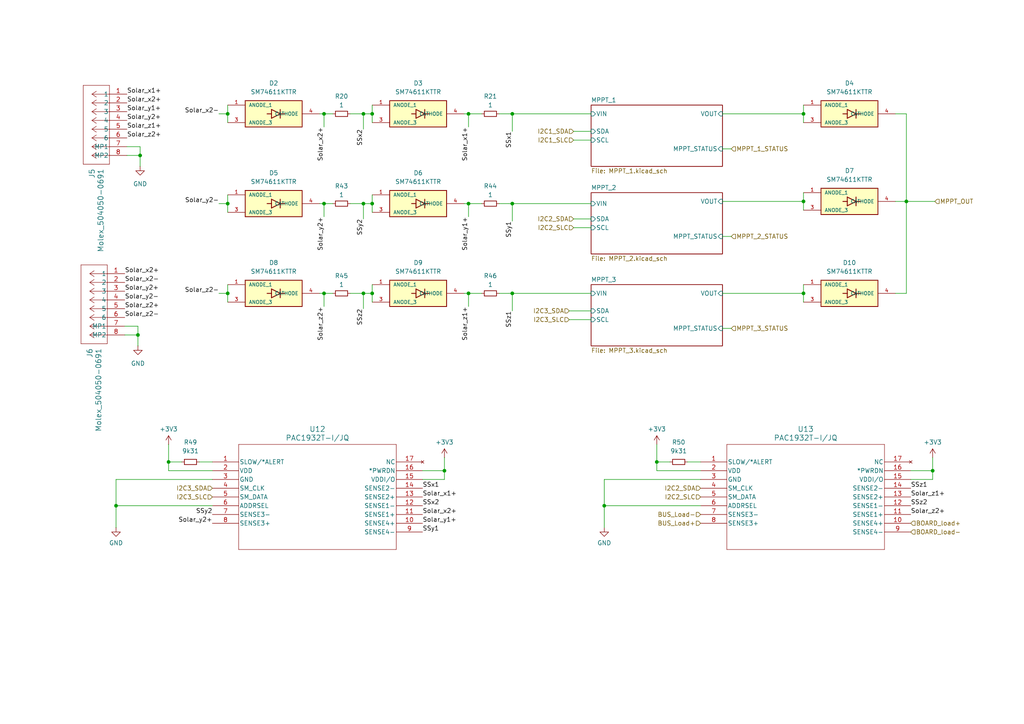
<source format=kicad_sch>
(kicad_sch (version 20231120) (generator "eeschema") (generator_version "8.0")
  (paper "A4")
  (lib_symbols
    (symbol "Device:R_Small" (pin_numbers hide) (pin_names (offset 0.254) hide)
      (property "Reference" "R" (at 0.762 0.508 0))
      (property "Value" "R_Small" (at 0.762 -1.016 0))
      (symbol "R_Small_0_1"
        (rectangle (start -0.762 1.778) (end 0.762 -1.778) (stroke (width 0.2032)))
      )
      (symbol "R_Small_1_1"
        (pin passive line (at 0 2.54 270) (length 0.762) (name "~") (number "1"))
        (pin passive line (at 0 -2.54 90) (length 0.762) (name "~") (number "2"))
      )
    )
    (symbol "PAC1932:PAC1932T-I_JQ" (pin_names (offset 0.254))
      (property "Reference" "U" (at 30.48 10.16 0))
      (property "Value" "PAC1932T-I/JQ" (at 30.48 7.62 0))
      (symbol "PAC1932T-I_JQ_0_1"
        (polyline (pts (xy 7.62 -25.4) (xy 53.34 -25.4)) (stroke (width 0.127)))
        (polyline (pts (xy 7.62 5.08) (xy 7.62 -25.4)) (stroke (width 0.127)))
        (polyline (pts (xy 53.34 -25.4) (xy 53.34 5.08)) (stroke (width 0.127)))
        (polyline (pts (xy 53.34 5.08) (xy 7.62 5.08)) (stroke (width 0.127)))
        (pin bidirectional line (at 0 0 0) (length 7.62) (name "SLOW/*ALERT") (number "1"))
        (pin power_in line (at 60.96 -5.08 180) (length 7.62) (name "VDDI/O") (number "15"))
        (pin input line (at 60.96 -2.54 180) (length 7.62) (name "*PWRDN") (number "16"))
        (pin no_connect line (at 60.96 0 180) (length 7.62) (name "NC") (number "17"))
        (pin power_in line (at 0 -2.54 0) (length 7.62) (name "VDD") (number "2"))
        (pin input line (at 0 -7.62 0) (length 7.62) (name "SM_CLK") (number "4"))
        (pin bidirectional line (at 0 -10.16 0) (length 7.62) (name "SM_DATA") (number "5"))
      )
      (symbol "PAC1932T-I_JQ_1_1"
        (pin passive line (at 60.96 -17.78 180) (length 7.62) (name "SENSE4+") (number "10"))
        (pin passive line (at 60.96 -15.24 180) (length 7.62) (name "SENSE1+") (number "11"))
        (pin passive line (at 60.96 -12.7 180) (length 7.62) (name "SENSE1-") (number "12"))
        (pin passive line (at 60.96 -10.16 180) (length 7.62) (name "SENSE2+") (number "13"))
        (pin passive line (at 60.96 -7.62 180) (length 7.62) (name "SENSE2-") (number "14"))
        (pin passive line (at 0 -5.08 0) (length 7.62) (name "GND") (number "3"))
        (pin passive line (at 0 -12.7 0) (length 7.62) (name "ADDRSEL") (number "6"))
        (pin passive line (at 0 -15.24 0) (length 7.62) (name "SENSE3-") (number "7"))
        (pin passive line (at 0 -17.78 0) (length 7.62) (name "SENSE3+") (number "8"))
        (pin passive line (at 60.96 -20.32 180) (length 7.62) (name "SENSE4-") (number "9"))
      )
    )
    (symbol "TVSC:Molex_504050-0691" (pin_names (offset 0.254))
      (property "Reference" "J" (at 13.97 -7.62 0))
      (property "Value" "Molex_504050-0691" (at 25.4 -10.16 0))
      (symbol "Molex_504050-0691_1_1"
        (polyline (pts (xy 5.08 -20.32) (xy 12.7 -20.32)) (stroke (width 0.127)))
        (polyline (pts (xy 5.08 2.54) (xy 5.08 -20.32)) (stroke (width 0.127)))
        (polyline (pts (xy 10.16 -17.78) (xy 5.08 -17.78)) (stroke (width 0.127)))
        (polyline (pts (xy 10.16 -17.78) (xy 8.89 -18.6267)) (stroke (width 0.127)))
        (polyline (pts (xy 10.16 -17.78) (xy 8.89 -16.9333)) (stroke (width 0.127)))
        (polyline (pts (xy 10.16 -15.24) (xy 5.08 -15.24)) (stroke (width 0.127)))
        (polyline (pts (xy 10.16 -15.24) (xy 8.89 -16.0867)) (stroke (width 0.127)))
        (polyline (pts (xy 10.16 -15.24) (xy 8.89 -14.3933)) (stroke (width 0.127)))
        (polyline (pts (xy 10.16 -12.7) (xy 5.08 -12.7)) (stroke (width 0.127)))
        (polyline (pts (xy 10.16 -12.7) (xy 8.89 -13.5467)) (stroke (width 0.127)))
        (polyline (pts (xy 10.16 -12.7) (xy 8.89 -11.8533)) (stroke (width 0.127)))
        (polyline (pts (xy 10.16 -10.16) (xy 5.08 -10.16)) (stroke (width 0.127)))
        (polyline (pts (xy 10.16 -10.16) (xy 8.89 -11.0067)) (stroke (width 0.127)))
        (polyline (pts (xy 10.16 -10.16) (xy 8.89 -9.3133)) (stroke (width 0.127)))
        (polyline (pts (xy 10.16 -7.62) (xy 5.08 -7.62)) (stroke (width 0.127)))
        (polyline (pts (xy 10.16 -7.62) (xy 8.89 -8.4667)) (stroke (width 0.127)))
        (polyline (pts (xy 10.16 -7.62) (xy 8.89 -6.7733)) (stroke (width 0.127)))
        (polyline (pts (xy 10.16 -5.08) (xy 5.08 -5.08)) (stroke (width 0.127)))
        (polyline (pts (xy 10.16 -5.08) (xy 8.89 -5.9267)) (stroke (width 0.127)))
        (polyline (pts (xy 10.16 -5.08) (xy 8.89 -4.2333)) (stroke (width 0.127)))
        (polyline (pts (xy 10.16 -2.54) (xy 5.08 -2.54)) (stroke (width 0.127)))
        (polyline (pts (xy 10.16 -2.54) (xy 8.89 -3.3867)) (stroke (width 0.127)))
        (polyline (pts (xy 10.16 -2.54) (xy 8.89 -1.6933)) (stroke (width 0.127)))
        (polyline (pts (xy 10.16 0) (xy 5.08 0)) (stroke (width 0.127)))
        (polyline (pts (xy 10.16 0) (xy 8.89 -0.8467)) (stroke (width 0.127)))
        (polyline (pts (xy 10.16 0) (xy 8.89 0.8467)) (stroke (width 0.127)))
        (polyline (pts (xy 12.7 -20.32) (xy 12.7 2.54)) (stroke (width 0.127)))
        (polyline (pts (xy 12.7 2.54) (xy 5.08 2.54)) (stroke (width 0.127)))
        (pin passive line (at 0 0 0) (length 5.08) (name "1") (number "1"))
        (pin passive line (at 0 -2.54 0) (length 5.08) (name "2") (number "2"))
        (pin passive line (at 0 -5.08 0) (length 5.08) (name "3") (number "3"))
        (pin passive line (at 0 -7.62 0) (length 5.08) (name "4") (number "4"))
        (pin passive line (at 0 -10.16 0) (length 5.08) (name "5") (number "5"))
        (pin passive line (at 0 -12.7 0) (length 5.08) (name "6") (number "6"))
        (pin power_in line (at 0 -15.24 0) (length 5.08) (name "MP1") (number "7"))
        (pin power_in line (at 0 -17.78 0) (length 5.08) (name "MP2") (number "8"))
      )
      (symbol "Molex_504050-0691_1_2"
        (polyline (pts (xy 5.08 -20.32) (xy 12.7 -20.32)) (stroke (width 0.127)))
        (polyline (pts (xy 5.08 2.54) (xy 5.08 -20.32)) (stroke (width 0.127)))
        (polyline (pts (xy 7.62 -17.78) (xy 5.08 -17.78)) (stroke (width 0.127)))
        (polyline (pts (xy 7.62 -17.78) (xy 8.89 -18.6267)) (stroke (width 0.127)))
        (polyline (pts (xy 7.62 -17.78) (xy 8.89 -16.9333)) (stroke (width 0.127)))
        (polyline (pts (xy 7.62 -15.24) (xy 5.08 -15.24)) (stroke (width 0.127)))
        (polyline (pts (xy 7.62 -15.24) (xy 8.89 -16.0867)) (stroke (width 0.127)))
        (polyline (pts (xy 7.62 -15.24) (xy 8.89 -14.3933)) (stroke (width 0.127)))
        (polyline (pts (xy 7.62 -12.7) (xy 5.08 -12.7)) (stroke (width 0.127)))
        (polyline (pts (xy 7.62 -12.7) (xy 8.89 -13.5467)) (stroke (width 0.127)))
        (polyline (pts (xy 7.62 -12.7) (xy 8.89 -11.8533)) (stroke (width 0.127)))
        (polyline (pts (xy 7.62 -10.16) (xy 5.08 -10.16)) (stroke (width 0.127)))
        (polyline (pts (xy 7.62 -10.16) (xy 8.89 -11.0067)) (stroke (width 0.127)))
        (polyline (pts (xy 7.62 -10.16) (xy 8.89 -9.3133)) (stroke (width 0.127)))
        (polyline (pts (xy 7.62 -7.62) (xy 5.08 -7.62)) (stroke (width 0.127)))
        (polyline (pts (xy 7.62 -7.62) (xy 8.89 -8.4667)) (stroke (width 0.127)))
        (polyline (pts (xy 7.62 -7.62) (xy 8.89 -6.7733)) (stroke (width 0.127)))
        (polyline (pts (xy 7.62 -5.08) (xy 5.08 -5.08)) (stroke (width 0.127)))
        (polyline (pts (xy 7.62 -5.08) (xy 8.89 -5.9267)) (stroke (width 0.127)))
        (polyline (pts (xy 7.62 -5.08) (xy 8.89 -4.2333)) (stroke (width 0.127)))
        (polyline (pts (xy 7.62 -2.54) (xy 5.08 -2.54)) (stroke (width 0.127)))
        (polyline (pts (xy 7.62 -2.54) (xy 8.89 -3.3867)) (stroke (width 0.127)))
        (polyline (pts (xy 7.62 -2.54) (xy 8.89 -1.6933)) (stroke (width 0.127)))
        (polyline (pts (xy 7.62 0) (xy 5.08 0)) (stroke (width 0.127)))
        (polyline (pts (xy 7.62 0) (xy 8.89 -0.8467)) (stroke (width 0.127)))
        (polyline (pts (xy 7.62 0) (xy 8.89 0.8467)) (stroke (width 0.127)))
        (polyline (pts (xy 12.7 -20.32) (xy 12.7 2.54)) (stroke (width 0.127)))
        (polyline (pts (xy 12.7 2.54) (xy 5.08 2.54)) (stroke (width 0.127)))
        (pin unspecified line (at 0 0 0) (length 5.08) (name "1") (number "1"))
        (pin unspecified line (at 0 -2.54 0) (length 5.08) (name "2") (number "2"))
        (pin unspecified line (at 0 -5.08 0) (length 5.08) (name "3") (number "3"))
        (pin unspecified line (at 0 -7.62 0) (length 5.08) (name "4") (number "4"))
        (pin unspecified line (at 0 -10.16 0) (length 5.08) (name "5") (number "5"))
        (pin unspecified line (at 0 -12.7 0) (length 5.08) (name "6") (number "6"))
        (pin unspecified line (at 0 -15.24 0) (length 5.08) (name "7") (number "7"))
        (pin unspecified line (at 0 -17.78 0) (length 5.08) (name "8") (number "8"))
      )
    )
    (symbol "TVSC:SM74611KTTR" (pin_names (offset 1.016))
      (property "Reference" "D" (at -0.508 4.572 0))
      (property "Value" "SM74611KTTR" (at -7.112 -5.08 0))
      (symbol "SM74611KTTR_0_0"
        (rectangle (start -7.62 3.81) (end 8.89 -3.81) (stroke (width 0.254)) (fill (type background)))
        (polyline (pts (xy -1.27 0) (xy 0 0)) (stroke (width 0.254)))
        (polyline (pts (xy 0 -1.27) (xy 2.54 0)) (stroke (width 0.254)))
        (polyline (pts (xy 0 0) (xy 0 -1.27)) (stroke (width 0.254)))
        (polyline (pts (xy 0 1.27) (xy 0 0)) (stroke (width 0.254)))
        (polyline (pts (xy 2.54 0) (xy 0 1.27)) (stroke (width 0.254)))
        (polyline (pts (xy 2.54 0) (xy 2.54 -1.27)) (stroke (width 0.254)))
        (polyline (pts (xy 2.54 0) (xy 3.81 0)) (stroke (width 0.254)))
        (polyline (pts (xy 2.54 1.27) (xy 2.54 0)) (stroke (width 0.254)))
        (pin input line (at -12.7 2.54 0) (length 5.08) (name "ANODE_1") (number "1"))
        (pin input line (at -12.7 -2.54 0) (length 5.08) (name "ANODE_3") (number "3"))
        (pin output line (at 13.97 0 180) (length 5.08) (name "CATHODE") (number "4"))
      )
    )
    (symbol "power:+3V3" (power) (pin_numbers hide) (pin_names (offset 0) hide)
      (property "Value" "+3V3" (at 0 3.556 0))
      (symbol "+3V3_0_1"
        (polyline (pts (xy -0.762 1.27) (xy 0 2.54)))
        (polyline (pts (xy 0 0) (xy 0 2.54)))
        (polyline (pts (xy 0 2.54) (xy 0.762 1.27)))
      )
      (symbol "+3V3_1_1"
        (pin power_in line (at 0 0 90) (length 0) (name "~") (number "1"))
      )
    )
    (symbol "power:GND" (power) (pin_numbers hide) (pin_names (offset 0) hide)
      (property "Value" "GND" (at 0 -3.81 0))
      (symbol "GND_0_1"
        (polyline (pts (xy 0 0) (xy 0 -1.27) (xy 1.27 -1.27) (xy 0 -2.54) (xy -1.27 -1.27) (xy 0 -1.27)))
      )
      (symbol "GND_1_1"
        (pin power_in line (at 0 0 270) (length 0) (name "~") (number "1"))
      )
    )
  )
  (junction (at 128.905 136.525))
  (junction (at 233.045 33.02))
  (junction (at 40.005 97.155))
  (junction (at 148.59 59.055))
  (junction (at 262.89 58.42))
  (junction (at 107.95 33.02))
  (junction (at 66.04 59.055))
  (junction (at 107.95 85.09))
  (junction (at 40.64 45.085))
  (junction (at 93.98 33.02))
  (junction (at 233.045 85.09))
  (junction (at 135.89 85.09))
  (junction (at 66.04 85.09))
  (junction (at 148.59 85.09))
  (junction (at 48.895 133.985))
  (junction (at 107.95 59.055))
  (junction (at 135.89 59.055))
  (junction (at 33.655 146.685))
  (junction (at 135.89 33.02))
  (junction (at 148.59 33.02))
  (junction (at 105.41 59.055))
  (junction (at 93.98 59.055))
  (junction (at 93.98 85.09))
  (junction (at 105.41 33.02))
  (junction (at 175.26 146.685))
  (junction (at 270.51 136.525))
  (junction (at 190.5 133.985))
  (junction (at 233.045 58.42))
  (junction (at 105.41 85.09))
  (junction (at 66.04 33.02))
  (wire (pts (xy 135.89 85.09) (xy 135.89 88.9)))
  (wire (pts (xy 165.1 92.71) (xy 171.45 92.71)))
  (wire (pts (xy 107.95 82.55) (xy 107.95 85.09)))
  (wire (pts (xy 36.195 94.615) (xy 40.005 94.615)))
  (wire (pts (xy 63.5 33.02) (xy 66.04 33.02)))
  (wire (pts (xy 135.89 85.09) (xy 139.7 85.09)))
  (wire (pts (xy 233.045 58.42) (xy 233.045 60.96)))
  (wire (pts (xy 40.64 45.085) (xy 36.83 45.085)))
  (wire (pts (xy 63.5 59.055) (xy 66.04 59.055)))
  (wire (pts (xy 166.37 66.04) (xy 171.45 66.04)))
  (wire (pts (xy 40.64 48.26) (xy 40.64 45.085)))
  (wire (pts (xy 105.41 85.09) (xy 107.95 85.09)))
  (wire (pts (xy 190.5 133.985) (xy 190.5 136.525)))
  (wire (pts (xy 101.6 59.055) (xy 105.41 59.055)))
  (wire (pts (xy 40.005 94.615) (xy 40.005 97.155)))
  (wire (pts (xy 107.95 56.515) (xy 107.95 59.055)))
  (wire (pts (xy 166.37 63.5) (xy 171.45 63.5)))
  (wire (pts (xy 105.41 85.09) (xy 105.41 89.535)))
  (wire (pts (xy 209.55 58.42) (xy 233.045 58.42)))
  (wire (pts (xy 66.04 59.055) (xy 66.04 61.595)))
  (wire (pts (xy 33.655 146.685) (xy 33.655 139.065)))
  (wire (pts (xy 175.26 139.065) (xy 203.2 139.065)))
  (wire (pts (xy 148.59 33.02) (xy 144.78 33.02)))
  (wire (pts (xy 165.1 90.17) (xy 171.45 90.17)))
  (wire (pts (xy 262.89 58.42) (xy 271.145 58.42)))
  (wire (pts (xy 190.5 128.905) (xy 190.5 133.985)))
  (wire (pts (xy 101.6 33.02) (xy 105.41 33.02)))
  (wire (pts (xy 40.005 100.33) (xy 40.005 97.155)))
  (wire (pts (xy 48.895 128.905) (xy 48.895 133.985)))
  (wire (pts (xy 135.89 33.02) (xy 139.7 33.02)))
  (wire (pts (xy 107.95 33.02) (xy 107.95 35.56)))
  (wire (pts (xy 66.04 56.515) (xy 66.04 59.055)))
  (wire (pts (xy 262.89 33.02) (xy 262.89 58.42)))
  (wire (pts (xy 105.41 59.055) (xy 105.41 63.5)))
  (wire (pts (xy 66.04 30.48) (xy 66.04 33.02)))
  (wire (pts (xy 148.59 38.1) (xy 148.59 33.02)))
  (wire (pts (xy 66.04 85.09) (xy 66.04 87.63)))
  (wire (pts (xy 264.16 136.525) (xy 270.51 136.525)))
  (wire (pts (xy 259.715 58.42) (xy 262.89 58.42)))
  (wire (pts (xy 233.045 33.02) (xy 233.045 35.56)))
  (wire (pts (xy 212.09 43.18) (xy 209.55 43.18)))
  (wire (pts (xy 93.98 33.02) (xy 96.52 33.02)))
  (wire (pts (xy 209.55 68.58) (xy 212.09 68.58)))
  (wire (pts (xy 107.95 85.09) (xy 107.95 87.63)))
  (wire (pts (xy 199.39 133.985) (xy 203.2 133.985)))
  (wire (pts (xy 134.62 33.02) (xy 135.89 33.02)))
  (wire (pts (xy 233.045 85.09) (xy 233.045 87.63)))
  (wire (pts (xy 148.59 90.17) (xy 148.59 85.09)))
  (wire (pts (xy 40.64 42.545) (xy 40.64 45.085)))
  (wire (pts (xy 134.62 85.09) (xy 135.89 85.09)))
  (wire (pts (xy 233.045 82.55) (xy 233.045 85.09)))
  (wire (pts (xy 144.78 85.09) (xy 148.59 85.09)))
  (wire (pts (xy 93.98 33.02) (xy 93.98 36.83)))
  (wire (pts (xy 233.045 30.48) (xy 233.045 33.02)))
  (wire (pts (xy 57.785 133.985) (xy 61.595 133.985)))
  (wire (pts (xy 209.55 33.02) (xy 233.045 33.02)))
  (wire (pts (xy 270.51 139.065) (xy 264.16 139.065)))
  (wire (pts (xy 134.62 59.055) (xy 135.89 59.055)))
  (wire (pts (xy 66.04 33.02) (xy 66.04 35.56)))
  (wire (pts (xy 105.41 33.02) (xy 105.41 37.465)))
  (wire (pts (xy 270.51 132.715) (xy 270.51 136.525)))
  (wire (pts (xy 92.71 85.09) (xy 93.98 85.09)))
  (wire (pts (xy 148.59 33.02) (xy 171.45 33.02)))
  (wire (pts (xy 93.98 59.055) (xy 93.98 62.865)))
  (wire (pts (xy 128.905 139.065) (xy 122.555 139.065)))
  (wire (pts (xy 135.89 59.055) (xy 139.7 59.055)))
  (wire (pts (xy 93.98 85.09) (xy 93.98 88.9)))
  (wire (pts (xy 259.715 33.02) (xy 262.89 33.02)))
  (wire (pts (xy 107.95 59.055) (xy 107.95 61.595)))
  (wire (pts (xy 262.89 58.42) (xy 262.89 85.09)))
  (wire (pts (xy 33.655 139.065) (xy 61.595 139.065)))
  (wire (pts (xy 40.005 97.155) (xy 36.195 97.155)))
  (wire (pts (xy 33.655 146.685) (xy 61.595 146.685)))
  (wire (pts (xy 166.37 40.64) (xy 171.45 40.64)))
  (wire (pts (xy 93.98 59.055) (xy 96.52 59.055)))
  (wire (pts (xy 148.59 59.055) (xy 171.45 59.055)))
  (wire (pts (xy 135.89 33.02) (xy 135.89 36.83)))
  (wire (pts (xy 233.045 55.88) (xy 233.045 58.42)))
  (wire (pts (xy 128.905 136.525) (xy 128.905 139.065)))
  (wire (pts (xy 33.655 153.035) (xy 33.655 146.685)))
  (wire (pts (xy 270.51 136.525) (xy 270.51 139.065)))
  (wire (pts (xy 128.905 132.715) (xy 128.905 136.525)))
  (wire (pts (xy 209.55 85.09) (xy 233.045 85.09)))
  (wire (pts (xy 63.5 85.09) (xy 66.04 85.09)))
  (wire (pts (xy 166.37 38.1) (xy 171.45 38.1)))
  (wire (pts (xy 175.26 153.035) (xy 175.26 146.685)))
  (wire (pts (xy 175.26 146.685) (xy 203.2 146.685)))
  (wire (pts (xy 48.895 133.985) (xy 52.705 133.985)))
  (wire (pts (xy 175.26 146.685) (xy 175.26 139.065)))
  (wire (pts (xy 190.5 133.985) (xy 194.31 133.985)))
  (wire (pts (xy 92.71 33.02) (xy 93.98 33.02)))
  (wire (pts (xy 148.59 85.09) (xy 171.45 85.09)))
  (wire (pts (xy 135.89 59.055) (xy 135.89 62.865)))
  (wire (pts (xy 105.41 33.02) (xy 107.95 33.02)))
  (wire (pts (xy 259.715 85.09) (xy 262.89 85.09)))
  (wire (pts (xy 101.6 85.09) (xy 105.41 85.09)))
  (wire (pts (xy 122.555 136.525) (xy 128.905 136.525)))
  (wire (pts (xy 93.98 85.09) (xy 96.52 85.09)))
  (wire (pts (xy 190.5 136.525) (xy 203.2 136.525)))
  (wire (pts (xy 48.895 136.525) (xy 61.595 136.525)))
  (wire (pts (xy 66.04 82.55) (xy 66.04 85.09)))
  (wire (pts (xy 92.71 59.055) (xy 93.98 59.055)))
  (wire (pts (xy 209.55 95.25) (xy 212.09 95.25)))
  (wire (pts (xy 105.41 59.055) (xy 107.95 59.055)))
  (wire (pts (xy 148.59 59.055) (xy 144.78 59.055)))
  (wire (pts (xy 48.895 133.985) (xy 48.895 136.525)))
  (wire (pts (xy 36.83 42.545) (xy 40.64 42.545)))
  (wire (pts (xy 107.95 30.48) (xy 107.95 33.02)))
  (wire (pts (xy 148.59 64.135) (xy 148.59 59.055)))
  (label "SSx1" (at 148.59 38.1 270))
  (label "Solar_z2+" (at 36.83 40.005 0))
  (label "Solar_y1+" (at 135.89 62.865 270))
  (label "Solar_z2+" (at 264.16 149.225 0))
  (label "SSz2" (at 264.16 146.685 0))
  (label "Solar_y2+" (at 93.98 62.865 270))
  (label "Solar_x2-" (at 63.5 33.02 180))
  (label "Solar_x2+" (at 93.98 36.83 270))
  (label "Solar_y1+" (at 36.83 32.385 0))
  (label "Solar_x1+" (at 135.89 36.83 270))
  (label "Solar_z2-" (at 63.5 85.09 180))
  (label "Solar_z2+" (at 93.98 88.9 270))
  (label "SSx2" (at 122.555 146.685 0))
  (label "Solar_z1+" (at 264.16 144.145 0))
  (label "SSx2" (at 105.41 37.465 270))
  (label "SSy2" (at 105.41 63.5 270))
  (label "Solar_x2-" (at 36.195 81.915 0))
  (label "SSz1" (at 264.16 141.605 0))
  (label "Solar_z2-" (at 36.195 92.075 0))
  (label "Solar_y2+" (at 61.595 151.765 180))
  (label "Solar_z2+" (at 36.195 89.535 0))
  (label "Solar_x2+" (at 122.555 149.225 0))
  (label "Solar_y2-" (at 63.5 59.055 180))
  (label "SSy1" (at 122.555 154.305 0))
  (label "SSy2" (at 61.595 149.225 180))
  (label "Solar_x2+" (at 36.83 29.845 0))
  (label "Solar_x1+" (at 36.83 27.305 0))
  (label "SSx1" (at 122.555 141.605 0))
  (label "Solar_x1+" (at 122.555 144.145 0))
  (label "Solar_x2+" (at 36.195 79.375 0))
  (label "Solar_y2+" (at 36.83 34.925 0))
  (label "Solar_y2+" (at 36.195 84.455 0))
  (label "SSy1" (at 148.59 64.135 270))
  (label "Solar_y2-" (at 36.195 86.995 0))
  (label "Solar_z1+" (at 36.83 37.465 0))
  (label "Solar_z1+" (at 135.89 88.9 270))
  (label "Solar_y1+" (at 122.555 151.765 0))
  (label "SSz2" (at 105.41 89.535 270))
  (label "SSz1" (at 148.59 90.17 270))
  (hierarchical_label "I2C3_SDA" (shape input) (at 165.1 90.17 180))
  (hierarchical_label "BUS_Load+" (shape input) (at 203.2 151.765 180))
  (hierarchical_label "MPPT_2_STATUS" (shape input) (at 212.09 68.58 0))
  (hierarchical_label "BUS_Load-" (shape input) (at 203.2 149.225 180))
  (hierarchical_label "I2C3_SDA" (shape input) (at 61.595 141.605 180))
  (hierarchical_label "I2C3_SLC" (shape input) (at 61.595 144.145 180))
  (hierarchical_label "I2C3_SLC" (shape input) (at 165.1 92.71 180))
  (hierarchical_label "MPPT_OUT" (shape input) (at 271.145 58.42 0))
  (hierarchical_label "I2C1_SLC" (shape input) (at 166.37 40.64 180))
  (hierarchical_label "I2C1_SDA" (shape input) (at 166.37 38.1 180))
  (hierarchical_label "I2C2_SLC" (shape input) (at 203.2 144.145 180))
  (hierarchical_label "MPPT_3_STATUS" (shape input) (at 212.09 95.25 0))
  (hierarchical_label "BOARD_load+" (shape input) (at 264.16 151.765 0))
  (hierarchical_label "BOARD_load-" (shape input) (at 264.16 154.305 0))
  (hierarchical_label "I2C2_SDA" (shape input) (at 203.2 141.605 180))
  (hierarchical_label "I2C2_SDA" (shape input) (at 166.37 63.5 180))
  (hierarchical_label "I2C2_SLC" (shape input) (at 166.37 66.04 180))
  (hierarchical_label "MPPT_1_STATUS" (shape input) (at 212.09 43.18 0))
  (symbol (lib_id "TVSC:SM74611KTTR") (at 78.74 85.09 0) (unit 1)
    (property "Reference" "D8" (at 79.375 76.2 0))
    (property "Value" "SM74611KTTR" (at 79.375 78.74 0))
    (property "Footprint" "footprints:SM74611" (effects (hide yes)))
    (property "PARTREV" "B" (effects (hide yes)))
    (property "STANDARD" "IPC-7351B" (effects (hide yes)))
    (property "MAXIMUM_PACKAGE_HEIGHT" "4.83mm" (effects (hide yes)))
    (property "MANUFACTURER" "Texas Instruments" (effects (hide yes)))
  )
  (symbol (lib_id "power:GND") (at 40.64 48.26 0) (unit 1)
    (property "Reference" "#PWR075" (effects (hide yes)))
    (property "Value" "GND" (at 40.64 53.34 0))
    (property "Description" "Power symbol creates a global label with name \"GND\" , ground" (effects (hide yes)))
  )
  (symbol (lib_id "TVSC:SM74611KTTR") (at 120.65 85.09 0) (unit 1)
    (property "Reference" "D9" (at 121.285 76.2 0))
    (property "Value" "SM74611KTTR" (at 121.285 78.74 0))
    (property "Footprint" "footprints:SM74611" (effects (hide yes)))
    (property "PARTREV" "B" (effects (hide yes)))
    (property "STANDARD" "IPC-7351B" (effects (hide yes)))
    (property "MAXIMUM_PACKAGE_HEIGHT" "4.83mm" (effects (hide yes)))
    (property "MANUFACTURER" "Texas Instruments" (effects (hide yes)))
  )
  (symbol (lib_id "TVSC:Molex_504050-0691") (at 36.83 27.305 0) (mirror y) (unit 1)
    (property "Reference" "J5" (at 26.6699 48.895 90) (effects (font (size 1.524 1.524)) (justify right)))
    (property "Value" "Molex_504050-0691" (at 29.2099 48.895 90) (effects (font (size 1.524 1.524)) (justify right)))
    (property "Footprint" "footprints:Molex_504050-0691" (effects (hide yes)))
    (property "Datasheet" "https://www.molex.com/en-us/products/part-detail/5040500691" (effects (hide yes)))
    (property "Description" "6-pin Pico-Lock Header" (effects (hide yes)))
    (property "Manufacturer" "Molex" (effects (hide yes)))
    (property "Manufacturer Part Number" "504050-0691" (effects (hide yes)))
    (property "MPN" "C563981" (effects (hide yes)))
  )
  (symbol (lib_id "power:GND") (at 33.655 153.035 0) (unit 1)
    (property "Reference" "#PWR081" (effects (hide yes)))
    (property "Value" "GND" (at 33.655 157.48 0))
    (property "Description" "Power symbol creates a global label with name \"GND\" , ground" (effects (hide yes)))
  )
  (symbol (lib_id "TVSC:Molex_504050-0691") (at 36.195 79.375 0) (mirror y) (unit 1)
    (property "Reference" "J6" (at 26.0349 100.965 90) (effects (font (size 1.524 1.524)) (justify right)))
    (property "Value" "Molex_504050-0691" (at 28.5749 100.965 90) (effects (font (size 1.524 1.524)) (justify right)))
    (property "Footprint" "footprints:Molex_504050-0691" (effects (hide yes)))
    (property "Datasheet" "https://www.molex.com/en-us/products/part-detail/5040500691" (effects (hide yes)))
    (property "Description" "6-pin Pico-Lock Header" (effects (hide yes)))
    (property "Manufacturer" "Molex" (effects (hide yes)))
    (property "Manufacturer Part Number" "504050-0691" (effects (hide yes)))
    (property "MPN" "C563981" (effects (hide yes)))
  )
  (symbol (lib_id "TVSC:SM74611KTTR") (at 120.65 33.02 0) (unit 1)
    (property "Reference" "D3" (at 121.285 24.13 0))
    (property "Value" "SM74611KTTR" (at 121.285 26.67 0))
    (property "Footprint" "footprints:SM74611" (effects (hide yes)))
    (property "PARTREV" "B" (effects (hide yes)))
    (property "STANDARD" "IPC-7351B" (effects (hide yes)))
    (property "MAXIMUM_PACKAGE_HEIGHT" "4.83mm" (effects (hide yes)))
    (property "MANUFACTURER" "Texas Instruments" (effects (hide yes)))
  )
  (symbol (lib_id "power:+3V3") (at 48.895 128.905 0) (unit 1)
    (property "Reference" "#PWR077" (effects (hide yes)))
    (property "Value" "+3V3" (at 48.895 124.46 0))
    (property "Description" "Power symbol creates a global label with name \"+3V3\"" (effects (hide yes)))
  )
  (symbol (lib_id "Device:R_Small") (at 99.06 59.055 270) (unit 1)
    (property "Reference" "R43" (at 99.06 53.975 90))
    (property "Value" "1" (at 99.06 56.515 90))
    (property "Footprint" "Resistor_SMD:R_2512_6332Metric" (effects (hide yes)))
    (property "Description" "Resistor, small symbol" (effects (hide yes)))
  )
  (symbol (lib_id "Device:R_Small") (at 196.85 133.985 90) (unit 1)
    (property "Reference" "R50" (at 196.85 128.27 90))
    (property "Value" "9k31" (at 196.85 130.81 90))
    (property "Footprint" "footprints:Nondescript_R_0402_1005Metric" (effects (hide yes)))
    (property "Description" "Resistor, small symbol" (effects (hide yes)))
  )
  (symbol (lib_id "power:+3V3") (at 128.905 132.715 0) (unit 1)
    (property "Reference" "#PWR079" (effects (hide yes)))
    (property "Value" "+3V3" (at 128.905 128.27 0))
    (property "Description" "Power symbol creates a global label with name \"+3V3\"" (effects (hide yes)))
  )
  (symbol (lib_id "Device:R_Small") (at 99.06 33.02 270) (unit 1)
    (property "Reference" "R20" (at 99.06 27.94 90))
    (property "Value" "1" (at 99.06 30.48 90))
    (property "Footprint" "Resistor_SMD:R_2512_6332Metric" (effects (hide yes)))
    (property "Description" "Resistor, small symbol" (effects (hide yes)))
  )
  (symbol (lib_id "Device:R_Small") (at 55.245 133.985 90) (unit 1)
    (property "Reference" "R49" (at 55.245 128.27 90))
    (property "Value" "9k31" (at 55.245 130.81 90))
    (property "Footprint" "footprints:Nondescript_R_0402_1005Metric" (effects (hide yes)))
    (property "Description" "Resistor, small symbol" (effects (hide yes)))
  )
  (symbol (lib_id "TVSC:SM74611KTTR") (at 78.74 59.055 0) (unit 1)
    (property "Reference" "D5" (at 79.375 50.165 0))
    (property "Value" "SM74611KTTR" (at 79.375 52.705 0))
    (property "Footprint" "footprints:SM74611" (effects (hide yes)))
    (property "PARTREV" "B" (effects (hide yes)))
    (property "STANDARD" "IPC-7351B" (effects (hide yes)))
    (property "MAXIMUM_PACKAGE_HEIGHT" "4.83mm" (effects (hide yes)))
    (property "MANUFACTURER" "Texas Instruments" (effects (hide yes)))
  )
  (symbol (lib_id "power:GND") (at 40.005 100.33 0) (unit 1)
    (property "Reference" "#PWR076" (effects (hide yes)))
    (property "Value" "GND" (at 40.005 105.41 0))
    (property "Description" "Power symbol creates a global label with name \"GND\" , ground" (effects (hide yes)))
  )
  (symbol (lib_id "TVSC:SM74611KTTR") (at 245.745 85.09 0) (unit 1)
    (property "Reference" "D10" (at 246.38 76.2 0))
    (property "Value" "SM74611KTTR" (at 246.38 78.74 0))
    (property "Footprint" "footprints:SM74611" (effects (hide yes)))
    (property "PARTREV" "B" (effects (hide yes)))
    (property "STANDARD" "IPC-7351B" (effects (hide yes)))
    (property "MAXIMUM_PACKAGE_HEIGHT" "4.83mm" (effects (hide yes)))
    (property "MANUFACTURER" "Texas Instruments" (effects (hide yes)))
  )
  (symbol (lib_id "Device:R_Small") (at 142.24 59.055 90) (unit 1)
    (property "Reference" "R44" (at 142.24 53.975 90))
    (property "Value" "1" (at 142.24 56.515 90))
    (property "Footprint" "Resistor_SMD:R_2512_6332Metric" (effects (hide yes)))
    (property "Description" "Resistor, small symbol" (effects (hide yes)))
  )
  (symbol (lib_id "power:+3V3") (at 270.51 132.715 0) (unit 1)
    (property "Reference" "#PWR080" (effects (hide yes)))
    (property "Value" "+3V3" (at 270.51 128.27 0))
    (property "Description" "Power symbol creates a global label with name \"+3V3\"" (effects (hide yes)))
  )
  (symbol (lib_id "Device:R_Small") (at 142.24 33.02 90) (unit 1)
    (property "Reference" "R21" (at 142.24 27.94 90))
    (property "Value" "1" (at 142.24 30.48 90))
    (property "Footprint" "Resistor_SMD:R_2512_6332Metric" (effects (hide yes)))
    (property "Description" "Resistor, small symbol" (effects (hide yes)))
  )
  (symbol (lib_id "power:+3V3") (at 190.5 128.905 0) (unit 1)
    (property "Reference" "#PWR078" (effects (hide yes)))
    (property "Value" "+3V3" (at 190.5 124.46 0))
    (property "Description" "Power symbol creates a global label with name \"+3V3\"" (effects (hide yes)))
  )
  (symbol (lib_id "TVSC:SM74611KTTR") (at 78.74 33.02 0) (unit 1)
    (property "Reference" "D2" (at 79.375 24.13 0))
    (property "Value" "SM74611KTTR" (at 79.375 26.67 0))
    (property "Footprint" "footprints:SM74611" (effects (hide yes)))
    (property "PARTREV" "B" (effects (hide yes)))
    (property "STANDARD" "IPC-7351B" (effects (hide yes)))
    (property "MAXIMUM_PACKAGE_HEIGHT" "4.83mm" (effects (hide yes)))
    (property "MANUFACTURER" "Texas Instruments" (effects (hide yes)))
  )
  (symbol (lib_id "TVSC:SM74611KTTR") (at 245.745 33.02 0) (unit 1)
    (property "Reference" "D4" (at 246.38 24.13 0))
    (property "Value" "SM74611KTTR" (at 246.38 26.67 0))
    (property "Footprint" "footprints:SM74611" (effects (hide yes)))
    (property "PARTREV" "B" (effects (hide yes)))
    (property "STANDARD" "IPC-7351B" (effects (hide yes)))
    (property "MAXIMUM_PACKAGE_HEIGHT" "4.83mm" (effects (hide yes)))
    (property "MANUFACTURER" "Texas Instruments" (effects (hide yes)))
  )
  (symbol (lib_id "TVSC:SM74611KTTR") (at 120.65 59.055 0) (unit 1)
    (property "Reference" "D6" (at 121.285 50.165 0))
    (property "Value" "SM74611KTTR" (at 121.285 52.705 0))
    (property "Footprint" "footprints:SM74611" (effects (hide yes)))
    (property "PARTREV" "B" (effects (hide yes)))
    (property "STANDARD" "IPC-7351B" (effects (hide yes)))
    (property "MAXIMUM_PACKAGE_HEIGHT" "4.83mm" (effects (hide yes)))
    (property "MANUFACTURER" "Texas Instruments" (effects (hide yes)))
  )
  (symbol (lib_id "PAC1932:PAC1932T-I_JQ") (at 203.2 133.985 0) (unit 1)
    (property "Reference" "U13" (at 233.68 124.46 0) (effects (font (size 1.524 1.524))))
    (property "Value" "PAC1932T-I/JQ" (at 233.68 127 0) (effects (font (size 1.524 1.524))))
    (property "Footprint" "footprints:PAC1934" (effects (hide yes)))
    (property "Datasheet" "PAC1932T-I/JQ" (effects (hide yes)))
  )
  (symbol (lib_id "TVSC:SM74611KTTR") (at 245.745 58.42 0) (unit 1)
    (property "Reference" "D7" (at 246.38 49.53 0))
    (property "Value" "SM74611KTTR" (at 246.38 52.07 0))
    (property "Footprint" "footprints:SM74611" (effects (hide yes)))
    (property "PARTREV" "B" (effects (hide yes)))
    (property "STANDARD" "IPC-7351B" (effects (hide yes)))
    (property "MAXIMUM_PACKAGE_HEIGHT" "4.83mm" (effects (hide yes)))
    (property "MANUFACTURER" "Texas Instruments" (effects (hide yes)))
  )
  (symbol (lib_id "power:GND") (at 175.26 153.035 0) (unit 1)
    (property "Reference" "#PWR082" (effects (hide yes)))
    (property "Value" "GND" (at 175.26 157.48 0))
    (property "Description" "Power symbol creates a global label with name \"GND\" , ground" (effects (hide yes)))
  )
  (symbol (lib_id "PAC1932:PAC1932T-I_JQ") (at 61.595 133.985 0) (unit 1)
    (property "Reference" "U12" (at 92.075 124.46 0) (effects (font (size 1.524 1.524))))
    (property "Value" "PAC1932T-I/JQ" (at 92.075 127 0) (effects (font (size 1.524 1.524))))
    (property "Footprint" "footprints:PAC1934" (effects (hide yes)))
    (property "Datasheet" "PAC1932T-I/JQ" (effects (hide yes)))
  )
  (symbol (lib_id "Device:R_Small") (at 142.24 85.09 90) (unit 1)
    (property "Reference" "R46" (at 142.24 80.01 90))
    (property "Value" "1" (at 142.24 82.55 90))
    (property "Footprint" "Resistor_SMD:R_2512_6332Metric" (effects (hide yes)))
    (property "Description" "Resistor, small symbol" (effects (hide yes)))
  )
  (symbol (lib_id "Device:R_Small") (at 99.06 85.09 270) (unit 1)
    (property "Reference" "R45" (at 99.06 80.01 90))
    (property "Value" "1" (at 99.06 82.55 90))
    (property "Footprint" "Resistor_SMD:R_2512_6332Metric" (effects (hide yes)))
    (property "Description" "Resistor, small symbol" (effects (hide yes)))
  )
  (sheet (at 171.45 55.88) (size 38.1 17.78) (stroke (width 0.1524))
    (property "Sheetname" "MPPT_2" (at 171.45 55.1684 0) (effects (justify left bottom)))
    (property "Sheetfile" "MPPT_2.kicad_sch" (at 171.45 74.2446 0) (effects (justify left top)))
    (pin "SCL" input (at 171.45 66.04 180))
    (pin "SDA" input (at 171.45 63.5 180))
    (pin "MPPT_STATUS" input (at 209.55 68.58 0))
    (pin "VOUT" input (at 209.55 58.42 0))
    (pin "VIN" input (at 171.45 59.055 180))
  )
  (sheet (at 171.45 82.55) (size 38.1 17.78) (stroke (width 0.1524))
    (property "Sheetname" "MPPT_3" (at 171.45 81.8384 0) (effects (justify left bottom)))
    (property "Sheetfile" "MPPT_3.kicad_sch" (at 171.45 100.9146 0) (effects (justify left top)))
    (pin "SDA" input (at 171.45 90.17 180))
    (pin "SCL" input (at 171.45 92.71 180))
    (pin "VOUT" input (at 209.55 85.09 0))
    (pin "MPPT_STATUS" input (at 209.55 95.25 0))
    (pin "VIN" input (at 171.45 85.09 180))
  )
  (sheet (at 171.45 30.48) (size 38.1 17.78) (stroke (width 0.1524))
    (property "Sheetname" "MPPT_1" (at 171.45 29.7684 0) (effects (justify left bottom)))
    (property "Sheetfile" "MPPT_1.kicad_sch" (at 171.45 48.8446 0) (effects (justify left top)))
    (pin "SDA" input (at 171.45 38.1 180))
    (pin "SCL" input (at 171.45 40.64 180))
    (pin "VOUT" input (at 209.55 33.02 0))
    (pin "MPPT_STATUS" input (at 209.55 43.18 0))
    (pin "VIN" input (at 171.45 33.02 180))
  )
)
</source>
